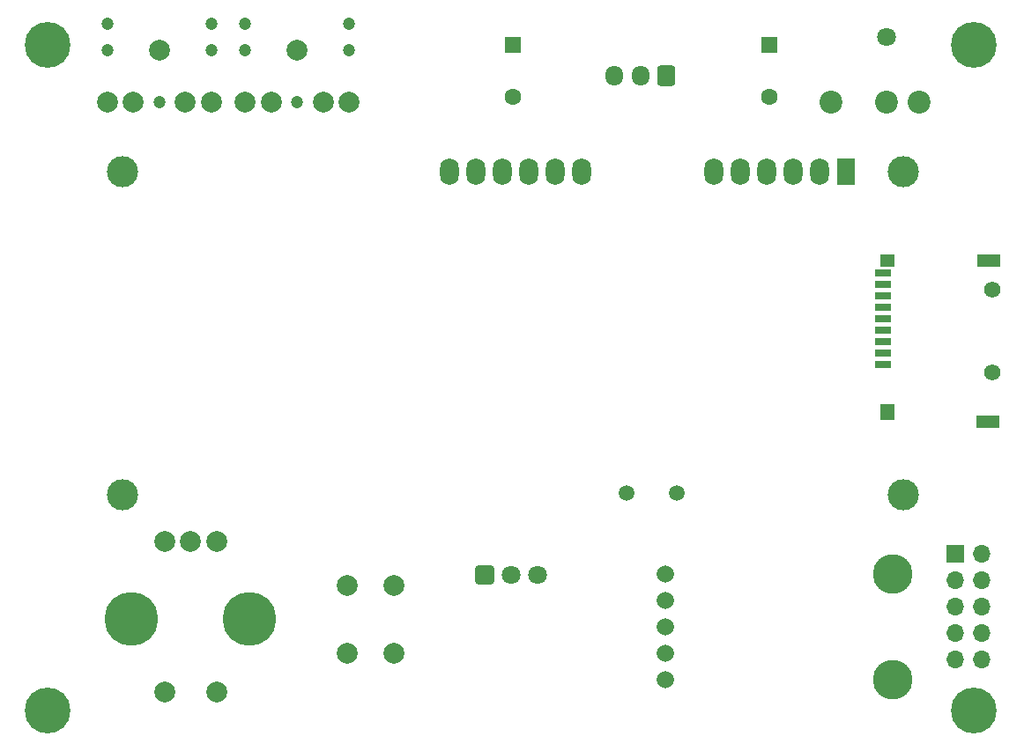
<source format=gbr>
%TF.GenerationSoftware,KiCad,Pcbnew,6.0.8*%
%TF.CreationDate,2022-10-28T18:19:02+03:00*%
%TF.ProjectId,DigiLight,44696769-4c69-4676-9874-2e6b69636164,rev?*%
%TF.SameCoordinates,Original*%
%TF.FileFunction,Soldermask,Bot*%
%TF.FilePolarity,Negative*%
%FSLAX46Y46*%
G04 Gerber Fmt 4.6, Leading zero omitted, Abs format (unit mm)*
G04 Created by KiCad (PCBNEW 6.0.8) date 2022-10-28 18:19:02*
%MOMM*%
%LPD*%
G01*
G04 APERTURE LIST*
G04 Aperture macros list*
%AMRoundRect*
0 Rectangle with rounded corners*
0 $1 Rounding radius*
0 $2 $3 $4 $5 $6 $7 $8 $9 X,Y pos of 4 corners*
0 Add a 4 corners polygon primitive as box body*
4,1,4,$2,$3,$4,$5,$6,$7,$8,$9,$2,$3,0*
0 Add four circle primitives for the rounded corners*
1,1,$1+$1,$2,$3*
1,1,$1+$1,$4,$5*
1,1,$1+$1,$6,$7*
1,1,$1+$1,$8,$9*
0 Add four rect primitives between the rounded corners*
20,1,$1+$1,$2,$3,$4,$5,0*
20,1,$1+$1,$4,$5,$6,$7,0*
20,1,$1+$1,$6,$7,$8,$9,0*
20,1,$1+$1,$8,$9,$2,$3,0*%
G04 Aperture macros list end*
%ADD10C,4.400000*%
%ADD11R,1.600000X1.600000*%
%ADD12C,1.600000*%
%ADD13C,1.665000*%
%ADD14C,3.810000*%
%ADD15C,1.200000*%
%ADD16C,2.000000*%
%ADD17R,1.700000X1.700000*%
%ADD18O,1.700000X1.700000*%
%ADD19C,1.575000*%
%ADD20R,1.600000X0.700000*%
%ADD21R,1.400000X1.200000*%
%ADD22R,2.200000X1.200000*%
%ADD23R,1.400000X1.600000*%
%ADD24RoundRect,0.250000X0.600000X0.725000X-0.600000X0.725000X-0.600000X-0.725000X0.600000X-0.725000X0*%
%ADD25O,1.700000X1.950000*%
%ADD26C,5.161000*%
%ADD27C,3.000000*%
%ADD28R,1.800000X2.600000*%
%ADD29O,1.800000X2.600000*%
%ADD30C,1.500000*%
%ADD31RoundRect,0.248400X-0.651600X-0.651600X0.651600X-0.651600X0.651600X0.651600X-0.651600X0.651600X0*%
%ADD32C,1.800000*%
%ADD33C,2.200000*%
G04 APERTURE END LIST*
D10*
X150000000Y-57000000D03*
X239000000Y-57000000D03*
X239000000Y-121000000D03*
X150000000Y-121000000D03*
D11*
X194750000Y-57000000D03*
D12*
X194750000Y-62000000D03*
D11*
X219394000Y-57000000D03*
D12*
X219394000Y-62000000D03*
D13*
X209399100Y-107928200D03*
X209399100Y-110468200D03*
X209399100Y-113008200D03*
X209399100Y-115548200D03*
X209399100Y-118088200D03*
D14*
X231243100Y-107928200D03*
X231243100Y-118088200D03*
D15*
X174000000Y-62500000D03*
X169000000Y-57500000D03*
X169000000Y-55000000D03*
X179000000Y-57500000D03*
X179000000Y-55000000D03*
D16*
X174000000Y-57500000D03*
X169000000Y-62500000D03*
X171500000Y-62500000D03*
X176500000Y-62500000D03*
X179000000Y-62500000D03*
X165750000Y-62500000D03*
X163250000Y-62500000D03*
X158250000Y-62500000D03*
X155750000Y-62500000D03*
X160750000Y-57500000D03*
D15*
X165750000Y-55000000D03*
X165750000Y-57500000D03*
X160750000Y-62500000D03*
X155750000Y-55000000D03*
X155750000Y-57500000D03*
D17*
X237250000Y-105947000D03*
D18*
X239790000Y-105947000D03*
X237250000Y-108487000D03*
X239790000Y-108487000D03*
X237250000Y-111027000D03*
X239790000Y-111027000D03*
X237250000Y-113567000D03*
X239790000Y-113567000D03*
X237250000Y-116107000D03*
X239790000Y-116107000D03*
D19*
X240750000Y-80550000D03*
X240750000Y-88550000D03*
D20*
X230250000Y-87750000D03*
X230250000Y-86650000D03*
X230250000Y-85550000D03*
X230250000Y-84450000D03*
X230250000Y-83350000D03*
X230250000Y-82250000D03*
X230250000Y-81150000D03*
X230250000Y-80050000D03*
X230250000Y-78950000D03*
D21*
X230750000Y-77750000D03*
D22*
X240410000Y-77750000D03*
X240350000Y-93250000D03*
D23*
X230750000Y-92350000D03*
D24*
X209500000Y-60000000D03*
D25*
X207000000Y-60000000D03*
X204500000Y-60000000D03*
D26*
X158050000Y-112250000D03*
X169450000Y-112250000D03*
D16*
X161250000Y-104750000D03*
X166250000Y-104750000D03*
X163750000Y-104750000D03*
X161250000Y-119250000D03*
X166250000Y-119250000D03*
X183300000Y-115500000D03*
X183300000Y-109000000D03*
X178800000Y-109000000D03*
X178800000Y-115500000D03*
D27*
X157250520Y-100250700D03*
X232249100Y-69250000D03*
X232249100Y-100250700D03*
X157250000Y-69250000D03*
D28*
X226750000Y-69250000D03*
D29*
X224210000Y-69250000D03*
X221670000Y-69250000D03*
X219130000Y-69250000D03*
X216590000Y-69250000D03*
X214050000Y-69250000D03*
X201350000Y-69250000D03*
X198810000Y-69250000D03*
X196270000Y-69250000D03*
X193730000Y-69250000D03*
X191190000Y-69250000D03*
X188650000Y-69250000D03*
D30*
X210500000Y-100105000D03*
X205620000Y-100105000D03*
D31*
X192000000Y-108000000D03*
D32*
X194540000Y-108000000D03*
X197080000Y-108000000D03*
X230600000Y-56290000D03*
D33*
X233800000Y-62500000D03*
X225300000Y-62500000D03*
X230600000Y-62500000D03*
M02*

</source>
